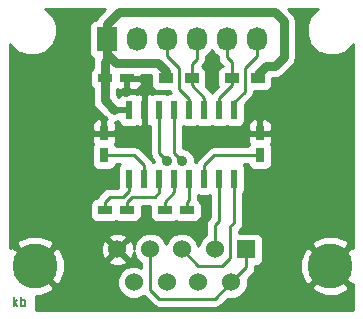
<source format=gtl>
G04 #@! TF.FileFunction,Copper,L1,Top,Signal*
%FSLAX46Y46*%
G04 Gerber Fmt 4.6, Leading zero omitted, Abs format (unit mm)*
G04 Created by KiCad (PCBNEW (2014-11-24 BZR 5301)-product) date Sat Mar 28 18:02:35 2015*
%MOMM*%
G01*
G04 APERTURE LIST*
%ADD10C,0.100000*%
%ADD11C,0.152400*%
%ADD12C,0.889000*%
%ADD13R,1.200000X0.750000*%
%ADD14R,0.750000X1.200000*%
%ADD15R,1.200000X0.900000*%
%ADD16R,1.727200X2.032000*%
%ADD17O,1.727200X2.032000*%
%ADD18R,0.600000X1.600000*%
%ADD19C,3.810000*%
%ADD20R,1.524000X1.524000*%
%ADD21C,1.524000*%
%ADD22C,0.254000*%
%ADD23C,0.762000*%
%ADD24C,0.508000*%
G04 APERTURE END LIST*
D10*
D11*
X123708886Y-105907114D02*
X123708886Y-105145114D01*
X123781457Y-105616829D02*
X123999171Y-105907114D01*
X123999171Y-105399114D02*
X123708886Y-105689400D01*
X124325743Y-105907114D02*
X124325743Y-105145114D01*
X124325743Y-105435400D02*
X124398314Y-105399114D01*
X124543457Y-105399114D01*
X124616028Y-105435400D01*
X124652314Y-105471686D01*
X124688600Y-105544257D01*
X124688600Y-105761971D01*
X124652314Y-105834543D01*
X124616028Y-105870829D01*
X124543457Y-105907114D01*
X124398314Y-105907114D01*
X124325743Y-105870829D01*
D12*
X140462000Y-86614000D03*
X146050000Y-100330000D03*
X128270000Y-105410000D03*
X147320000Y-105410000D03*
X144145000Y-105410000D03*
X146050000Y-103505000D03*
X151130000Y-92710000D03*
X146050000Y-95250000D03*
X149860000Y-93980000D03*
X146050000Y-97790000D03*
X144780000Y-96520000D03*
X148590000Y-92710000D03*
X149860000Y-91440000D03*
X148590000Y-88900000D03*
X149860000Y-87630000D03*
X147320000Y-87630000D03*
X148590000Y-86360000D03*
X130175000Y-104140000D03*
X127000000Y-99060000D03*
X127000000Y-93980000D03*
X128270000Y-92710000D03*
X127000000Y-91440000D03*
X125730000Y-92710000D03*
X127000000Y-87630000D03*
X125730000Y-88900000D03*
X125730000Y-86360000D03*
X124460000Y-87630000D03*
X134874000Y-99060000D03*
X127000000Y-96520000D03*
X134620000Y-91948000D03*
X141478000Y-91694000D03*
X139192000Y-91440000D03*
X147320000Y-96520000D03*
X125730000Y-97790000D03*
X128270000Y-97790000D03*
X132080000Y-105410000D03*
D13*
X131384000Y-86614000D03*
X133284000Y-86614000D03*
D14*
X144526000Y-93152000D03*
X144526000Y-91252000D03*
X131318000Y-93152000D03*
X131318000Y-91252000D03*
D13*
X136464000Y-97790000D03*
X138364000Y-97790000D03*
X131384000Y-97790000D03*
X133284000Y-97790000D03*
D15*
X136568000Y-86614000D03*
X138768000Y-86614000D03*
X144356000Y-86614000D03*
X142156000Y-86614000D03*
D16*
X131572000Y-83312000D03*
D17*
X134112000Y-83312000D03*
X136652000Y-83312000D03*
X139192000Y-83312000D03*
X141732000Y-83312000D03*
X144272000Y-83312000D03*
D18*
X133477000Y-89281000D03*
X136017000Y-89281000D03*
X137287000Y-89281000D03*
X138557000Y-89281000D03*
X139827000Y-89281000D03*
X141097000Y-89281000D03*
X142367000Y-89281000D03*
X142367000Y-95123000D03*
X141097000Y-95123000D03*
X139827000Y-95123000D03*
X138557000Y-95123000D03*
X137287000Y-95123000D03*
X136017000Y-95123000D03*
X134747000Y-95123000D03*
X133477000Y-95123000D03*
X134747000Y-89281000D03*
D19*
X125476000Y-102489000D03*
X150495000Y-102489000D03*
D20*
X143383000Y-101092000D03*
D21*
X140716000Y-101092000D03*
X137922000Y-101092000D03*
X135255000Y-101092000D03*
X132461000Y-101092000D03*
X142113000Y-103886000D03*
X139319000Y-103886000D03*
X136652000Y-103886000D03*
X133858000Y-103886000D03*
D12*
X134747000Y-87757000D03*
X143256000Y-91186000D03*
X132588000Y-91186000D03*
X133223000Y-87757000D03*
X137922000Y-93599000D03*
X136652000Y-93599000D03*
D22*
X131384000Y-97089000D02*
X131826000Y-96647000D01*
X131826000Y-96647000D02*
X132969000Y-96647000D01*
X132969000Y-96647000D02*
X133477000Y-96139000D01*
X133477000Y-96139000D02*
X133477000Y-95123000D01*
X131384000Y-97790000D02*
X131384000Y-97089000D01*
X136017000Y-96266000D02*
X135636000Y-96647000D01*
X135636000Y-96647000D02*
X133731000Y-96647000D01*
X133731000Y-96647000D02*
X133284000Y-97094000D01*
X133284000Y-97094000D02*
X133284000Y-97790000D01*
X136017000Y-95123000D02*
X136017000Y-96266000D01*
X136464000Y-97089000D02*
X137287000Y-96266000D01*
X137287000Y-96266000D02*
X137287000Y-95123000D01*
X136464000Y-97790000D02*
X136464000Y-97089000D01*
X138364000Y-97094000D02*
X138557000Y-96901000D01*
X138557000Y-96901000D02*
X138557000Y-95123000D01*
X138364000Y-97790000D02*
X138364000Y-97094000D01*
X134747000Y-93980000D02*
X133919000Y-93152000D01*
X133919000Y-93152000D02*
X131318000Y-93152000D01*
X134747000Y-95123000D02*
X134747000Y-93980000D01*
X134747000Y-89281000D02*
X134747000Y-87757000D01*
X143322000Y-91252000D02*
X143256000Y-91186000D01*
X144526000Y-91252000D02*
X143322000Y-91252000D01*
X132522000Y-91252000D02*
X132588000Y-91186000D01*
X131318000Y-91252000D02*
X132522000Y-91252000D01*
X133284000Y-87696000D02*
X133223000Y-87757000D01*
X133284000Y-86614000D02*
X133284000Y-87696000D01*
X139827000Y-93980000D02*
X140655000Y-93152000D01*
X140655000Y-93152000D02*
X144526000Y-93152000D01*
X139827000Y-95123000D02*
X139827000Y-93980000D01*
D23*
X131572000Y-85090000D02*
X131384000Y-85278000D01*
X131384000Y-85278000D02*
X131384000Y-86614000D01*
X131572000Y-83312000D02*
X131572000Y-85090000D01*
X136568000Y-86022000D02*
X135890000Y-85344000D01*
X135890000Y-85344000D02*
X132334000Y-85344000D01*
X132334000Y-85344000D02*
X131572000Y-84582000D01*
X131572000Y-84582000D02*
X131572000Y-83312000D01*
X136568000Y-86614000D02*
X136568000Y-86022000D01*
X144356000Y-86276000D02*
X144356000Y-86614000D01*
X145034000Y-85598000D02*
X144356000Y-86276000D01*
X131572000Y-83312000D02*
X131572000Y-82042000D01*
X146558000Y-84836000D02*
X145796000Y-85598000D01*
X146558000Y-81788000D02*
X146558000Y-84836000D01*
X145796000Y-81026000D02*
X146558000Y-81788000D01*
X132588000Y-81026000D02*
X145796000Y-81026000D01*
X131572000Y-82042000D02*
X132588000Y-81026000D01*
X145796000Y-85598000D02*
X145034000Y-85598000D01*
X131384000Y-88458000D02*
X132207000Y-89281000D01*
D24*
X132207000Y-89281000D02*
X133477000Y-89281000D01*
D23*
X131384000Y-86614000D02*
X131384000Y-88458000D01*
D22*
X135255000Y-104521000D02*
X136017000Y-105283000D01*
X136017000Y-105283000D02*
X140716000Y-105283000D01*
X140716000Y-105283000D02*
X142113000Y-103886000D01*
X135255000Y-101092000D02*
X135255000Y-104521000D01*
X143383000Y-102616000D02*
X142113000Y-103886000D01*
X143383000Y-101092000D02*
X143383000Y-102616000D01*
X140716000Y-99060000D02*
X141097000Y-98679000D01*
X141097000Y-98679000D02*
X141097000Y-95123000D01*
X140716000Y-101092000D02*
X140716000Y-99060000D01*
X139319000Y-102489000D02*
X141351000Y-102489000D01*
X141351000Y-102489000D02*
X141986000Y-101854000D01*
X141986000Y-101854000D02*
X141986000Y-99187000D01*
X141986000Y-99187000D02*
X142367000Y-98806000D01*
X142367000Y-98806000D02*
X142367000Y-95123000D01*
X137922000Y-101092000D02*
X139319000Y-102489000D01*
X137287000Y-89281000D02*
X137287000Y-92964000D01*
X137287000Y-92964000D02*
X137922000Y-93599000D01*
X136652000Y-93599000D02*
X136017000Y-92964000D01*
X136017000Y-92964000D02*
X136017000Y-89281000D01*
X138557000Y-88392000D02*
X137668000Y-87503000D01*
X137668000Y-87503000D02*
X137668000Y-85725000D01*
X137668000Y-85725000D02*
X136652000Y-84709000D01*
X136652000Y-84709000D02*
X136652000Y-83312000D01*
X138557000Y-89281000D02*
X138557000Y-88392000D01*
X139827000Y-88265000D02*
X138768000Y-87206000D01*
X138768000Y-87206000D02*
X138768000Y-86614000D01*
X139827000Y-89281000D02*
X139827000Y-88265000D01*
X138768000Y-85387000D02*
X139192000Y-84963000D01*
X139192000Y-84963000D02*
X139192000Y-83312000D01*
X138768000Y-86614000D02*
X138768000Y-85387000D01*
X141097000Y-88265000D02*
X142156000Y-87206000D01*
X142156000Y-87206000D02*
X142156000Y-86614000D01*
X141097000Y-89281000D02*
X141097000Y-88265000D01*
X141732000Y-84836000D02*
X142156000Y-85260000D01*
X142156000Y-85260000D02*
X142156000Y-86614000D01*
X141732000Y-83312000D02*
X141732000Y-84836000D01*
X144272000Y-84709000D02*
X144272000Y-83312000D01*
X143256000Y-85725000D02*
X144272000Y-84709000D01*
X143256000Y-87757000D02*
X143256000Y-85725000D01*
X142367000Y-88646000D02*
X143256000Y-87757000D01*
X142367000Y-89281000D02*
X142367000Y-88646000D01*
G36*
X134259000Y-83439000D02*
X134239000Y-83439000D01*
X134239000Y-83459000D01*
X133985000Y-83459000D01*
X133985000Y-83439000D01*
X133965000Y-83439000D01*
X133965000Y-83185000D01*
X133985000Y-83185000D01*
X133985000Y-83165000D01*
X134239000Y-83165000D01*
X134239000Y-83185000D01*
X134259000Y-83185000D01*
X134259000Y-83439000D01*
X134259000Y-83439000D01*
G37*
X134259000Y-83439000D02*
X134239000Y-83439000D01*
X134239000Y-83459000D01*
X133985000Y-83459000D01*
X133985000Y-83439000D01*
X133965000Y-83439000D01*
X133965000Y-83185000D01*
X133985000Y-83185000D01*
X133985000Y-83165000D01*
X134239000Y-83165000D01*
X134239000Y-83185000D01*
X134259000Y-83185000D01*
X134259000Y-83439000D01*
G36*
X141371480Y-85553111D02*
X141196302Y-85625673D01*
X141017673Y-85804301D01*
X140921000Y-86037690D01*
X140921000Y-86290309D01*
X140921000Y-87190309D01*
X140971688Y-87312681D01*
X140558185Y-87726185D01*
X140462000Y-87870135D01*
X140365815Y-87726185D01*
X139952311Y-87312681D01*
X140003000Y-87190310D01*
X140003000Y-86937691D01*
X140003000Y-86037691D01*
X139906327Y-85804302D01*
X139727699Y-85625673D01*
X139642322Y-85590308D01*
X139730815Y-85501815D01*
X139730816Y-85501815D01*
X139895996Y-85254605D01*
X139895997Y-85254604D01*
X139954000Y-84963000D01*
X139954000Y-84755311D01*
X140251670Y-84556415D01*
X140462000Y-84241634D01*
X140672330Y-84556415D01*
X140970000Y-84755311D01*
X140970000Y-84836000D01*
X141028004Y-85127605D01*
X141193185Y-85374815D01*
X141371480Y-85553111D01*
X141371480Y-85553111D01*
G37*
X141371480Y-85553111D02*
X141196302Y-85625673D01*
X141017673Y-85804301D01*
X140921000Y-86037690D01*
X140921000Y-86290309D01*
X140921000Y-87190309D01*
X140971688Y-87312681D01*
X140558185Y-87726185D01*
X140462000Y-87870135D01*
X140365815Y-87726185D01*
X139952311Y-87312681D01*
X140003000Y-87190310D01*
X140003000Y-86937691D01*
X140003000Y-86037691D01*
X139906327Y-85804302D01*
X139727699Y-85625673D01*
X139642322Y-85590308D01*
X139730815Y-85501815D01*
X139730816Y-85501815D01*
X139895996Y-85254605D01*
X139895997Y-85254604D01*
X139954000Y-84963000D01*
X139954000Y-84755311D01*
X140251670Y-84556415D01*
X140462000Y-84241634D01*
X140672330Y-84556415D01*
X140970000Y-84755311D01*
X140970000Y-84836000D01*
X141028004Y-85127605D01*
X141193185Y-85374815D01*
X141371480Y-85553111D01*
G36*
X152452000Y-106224000D02*
X152121835Y-106224000D01*
X152121835Y-104295440D01*
X150495000Y-102668605D01*
X150315395Y-102848210D01*
X150315395Y-102489000D01*
X148688560Y-100862165D01*
X148327711Y-101071353D01*
X147950176Y-102008650D01*
X147960067Y-103019077D01*
X148327711Y-103906647D01*
X148688560Y-104115835D01*
X150315395Y-102489000D01*
X150315395Y-102848210D01*
X148868165Y-104295440D01*
X149077353Y-104656289D01*
X150014650Y-105033824D01*
X151025077Y-105023933D01*
X151912647Y-104656289D01*
X152121835Y-104295440D01*
X152121835Y-106224000D01*
X128020824Y-106224000D01*
X128020824Y-102969350D01*
X128010933Y-101958923D01*
X127643289Y-101071353D01*
X127282440Y-100862165D01*
X127102835Y-101041770D01*
X127102835Y-100682560D01*
X126893647Y-100321711D01*
X125956350Y-99944176D01*
X124945923Y-99954067D01*
X124058353Y-100321711D01*
X123849165Y-100682560D01*
X125476000Y-102309395D01*
X127102835Y-100682560D01*
X127102835Y-101041770D01*
X125655605Y-102489000D01*
X127282440Y-104115835D01*
X127643289Y-103906647D01*
X128020824Y-102969350D01*
X128020824Y-106224000D01*
X125544943Y-106224000D01*
X125544943Y-105028447D01*
X126006077Y-105023933D01*
X126893647Y-104656289D01*
X127102835Y-104295440D01*
X125476000Y-102668605D01*
X125461857Y-102682747D01*
X125282252Y-102503142D01*
X125296395Y-102489000D01*
X123669560Y-100862165D01*
X123392000Y-101023069D01*
X123392000Y-83711525D01*
X123411090Y-83757727D01*
X124011114Y-84358800D01*
X124795485Y-84684499D01*
X125644789Y-84685240D01*
X126429727Y-84360910D01*
X127030800Y-83760886D01*
X127356499Y-82976515D01*
X127357240Y-82127211D01*
X127032910Y-81342273D01*
X126432886Y-80741200D01*
X126381830Y-80720000D01*
X131457159Y-80720000D01*
X130853580Y-81323580D01*
X130633338Y-81653193D01*
X130631785Y-81661000D01*
X130582091Y-81661000D01*
X130348702Y-81757673D01*
X130170073Y-81936301D01*
X130073400Y-82169690D01*
X130073400Y-82422309D01*
X130073400Y-84454309D01*
X130170073Y-84687698D01*
X130348701Y-84866327D01*
X130442184Y-84905049D01*
X130432507Y-84953700D01*
X130368000Y-85278000D01*
X130368000Y-85756974D01*
X130245673Y-85879301D01*
X130149000Y-86112690D01*
X130149000Y-86365309D01*
X130149000Y-87115309D01*
X130245673Y-87348698D01*
X130368000Y-87471025D01*
X130368000Y-88458000D01*
X130432507Y-88782299D01*
X130445338Y-88846807D01*
X130665580Y-89176420D01*
X131488580Y-89999421D01*
X131568157Y-90052592D01*
X131445000Y-90175750D01*
X131445000Y-91125000D01*
X132169250Y-91125000D01*
X132328000Y-90966250D01*
X132328000Y-90525691D01*
X132231327Y-90292302D01*
X132231208Y-90292183D01*
X132550823Y-90228609D01*
X132638673Y-90440698D01*
X132817301Y-90619327D01*
X133050690Y-90716000D01*
X133303309Y-90716000D01*
X133903309Y-90716000D01*
X134112000Y-90629557D01*
X134320691Y-90716000D01*
X134461250Y-90716000D01*
X134620000Y-90557250D01*
X134620000Y-89408000D01*
X134600000Y-89408000D01*
X134600000Y-89154000D01*
X134620000Y-89154000D01*
X134620000Y-88004750D01*
X134519000Y-87903750D01*
X134519000Y-87115310D01*
X134519000Y-86899750D01*
X134360250Y-86741000D01*
X133411000Y-86741000D01*
X133411000Y-87465250D01*
X133569750Y-87624000D01*
X134010309Y-87624000D01*
X134243698Y-87527327D01*
X134422327Y-87348699D01*
X134519000Y-87115310D01*
X134519000Y-87903750D01*
X134461250Y-87846000D01*
X134320691Y-87846000D01*
X134112000Y-87932442D01*
X133903310Y-87846000D01*
X133650691Y-87846000D01*
X133050691Y-87846000D01*
X132817302Y-87942673D01*
X132638673Y-88121301D01*
X132593411Y-88230571D01*
X132400000Y-88037159D01*
X132400000Y-87558682D01*
X132557691Y-87624000D01*
X132998250Y-87624000D01*
X133157000Y-87465250D01*
X133157000Y-86741000D01*
X133137000Y-86741000D01*
X133137000Y-86487000D01*
X133157000Y-86487000D01*
X133157000Y-86467000D01*
X133411000Y-86467000D01*
X133411000Y-86487000D01*
X134360250Y-86487000D01*
X134487250Y-86360000D01*
X134519000Y-86360000D01*
X135333000Y-86360000D01*
X135333000Y-87190309D01*
X135429673Y-87423698D01*
X135608301Y-87602327D01*
X135841690Y-87699000D01*
X136094309Y-87699000D01*
X136944986Y-87699000D01*
X136944987Y-87699000D01*
X136964004Y-87794605D01*
X136998345Y-87846000D01*
X136860691Y-87846000D01*
X136652000Y-87932442D01*
X136443310Y-87846000D01*
X136190691Y-87846000D01*
X135590691Y-87846000D01*
X135382000Y-87932442D01*
X135173309Y-87846000D01*
X135032750Y-87846000D01*
X134874000Y-88004750D01*
X134874000Y-89154000D01*
X134894000Y-89154000D01*
X134894000Y-89408000D01*
X134874000Y-89408000D01*
X134874000Y-90557250D01*
X135032750Y-90716000D01*
X135173309Y-90716000D01*
X135255000Y-90682162D01*
X135255000Y-92964000D01*
X135313004Y-93255605D01*
X135478185Y-93502815D01*
X135572500Y-93597130D01*
X135572415Y-93695570D01*
X135461557Y-93741489D01*
X135450996Y-93688396D01*
X135450996Y-93688395D01*
X135285815Y-93441185D01*
X134457815Y-92613185D01*
X134210605Y-92448004D01*
X133919000Y-92390000D01*
X132313216Y-92390000D01*
X132235344Y-92202000D01*
X132328000Y-91978309D01*
X132328000Y-91537750D01*
X132169250Y-91379000D01*
X131445000Y-91379000D01*
X131445000Y-91399000D01*
X131191000Y-91399000D01*
X131191000Y-91379000D01*
X131191000Y-91125000D01*
X131191000Y-90175750D01*
X131032250Y-90017000D01*
X130816690Y-90017000D01*
X130583301Y-90113673D01*
X130404673Y-90292302D01*
X130308000Y-90525691D01*
X130308000Y-90966250D01*
X130466750Y-91125000D01*
X131191000Y-91125000D01*
X131191000Y-91379000D01*
X130466750Y-91379000D01*
X130308000Y-91537750D01*
X130308000Y-91978309D01*
X130400655Y-92201999D01*
X130308000Y-92425690D01*
X130308000Y-92678309D01*
X130308000Y-93878309D01*
X130404673Y-94111698D01*
X130583301Y-94290327D01*
X130816690Y-94387000D01*
X131069309Y-94387000D01*
X131819309Y-94387000D01*
X132052698Y-94290327D01*
X132231327Y-94111699D01*
X132313216Y-93914000D01*
X132687974Y-93914000D01*
X132638673Y-93963301D01*
X132542000Y-94196690D01*
X132542000Y-94449309D01*
X132542000Y-95885000D01*
X131826000Y-95885000D01*
X131534395Y-95943004D01*
X131287184Y-96108185D01*
X130845185Y-96550185D01*
X130691627Y-96780000D01*
X130657691Y-96780000D01*
X130424302Y-96876673D01*
X130245673Y-97055301D01*
X130149000Y-97288690D01*
X130149000Y-97541309D01*
X130149000Y-98291309D01*
X130245673Y-98524698D01*
X130424301Y-98703327D01*
X130657690Y-98800000D01*
X130910309Y-98800000D01*
X132110309Y-98800000D01*
X132333999Y-98707344D01*
X132557690Y-98800000D01*
X132810309Y-98800000D01*
X134010309Y-98800000D01*
X134243698Y-98703327D01*
X134422327Y-98524699D01*
X134519000Y-98291310D01*
X134519000Y-98038691D01*
X134519000Y-97409000D01*
X135229000Y-97409000D01*
X135229000Y-97541309D01*
X135229000Y-98291309D01*
X135325673Y-98524698D01*
X135504301Y-98703327D01*
X135737690Y-98800000D01*
X135990309Y-98800000D01*
X137190309Y-98800000D01*
X137413999Y-98707344D01*
X137637690Y-98800000D01*
X137890309Y-98800000D01*
X139090309Y-98800000D01*
X139323698Y-98703327D01*
X139502327Y-98524699D01*
X139599000Y-98291310D01*
X139599000Y-98038691D01*
X139599000Y-97288691D01*
X139502327Y-97055302D01*
X139323699Y-96876673D01*
X139319000Y-96874726D01*
X139319000Y-96524162D01*
X139400690Y-96558000D01*
X139653309Y-96558000D01*
X140253309Y-96558000D01*
X140335000Y-96524162D01*
X140335000Y-98363369D01*
X140177185Y-98521185D01*
X140012004Y-98768395D01*
X139954000Y-99060000D01*
X139954000Y-99895295D01*
X139925697Y-99906990D01*
X139532371Y-100299630D01*
X139319243Y-100812900D01*
X139319240Y-100815336D01*
X139107010Y-100301697D01*
X138714370Y-99908371D01*
X138201100Y-99695243D01*
X137645339Y-99694758D01*
X137131697Y-99906990D01*
X136738371Y-100299630D01*
X136588394Y-100660814D01*
X136440010Y-100301697D01*
X136047370Y-99908371D01*
X135534100Y-99695243D01*
X134978339Y-99694758D01*
X134464697Y-99906990D01*
X134071371Y-100299630D01*
X133858243Y-100812900D01*
X133858029Y-101057656D01*
X133842362Y-100744632D01*
X133683397Y-100360857D01*
X133441213Y-100291392D01*
X133261608Y-100470997D01*
X133261608Y-100111787D01*
X133192143Y-99869603D01*
X132668698Y-99682856D01*
X132113632Y-99710638D01*
X131729857Y-99869603D01*
X131660392Y-100111787D01*
X132461000Y-100912395D01*
X133261608Y-100111787D01*
X133261608Y-100470997D01*
X132640605Y-101092000D01*
X133441213Y-101892608D01*
X133683397Y-101823143D01*
X133857787Y-101334331D01*
X133857758Y-101368661D01*
X134069990Y-101882303D01*
X134462630Y-102275629D01*
X134493000Y-102288239D01*
X134493000Y-102637025D01*
X134137100Y-102489243D01*
X133581339Y-102488758D01*
X133261608Y-102620867D01*
X133261608Y-102072213D01*
X132461000Y-101271605D01*
X132281395Y-101451210D01*
X132281395Y-101092000D01*
X131480787Y-100291392D01*
X131238603Y-100360857D01*
X131051856Y-100884302D01*
X131079638Y-101439368D01*
X131238603Y-101823143D01*
X131480787Y-101892608D01*
X132281395Y-101092000D01*
X132281395Y-101451210D01*
X131660392Y-102072213D01*
X131729857Y-102314397D01*
X132253302Y-102501144D01*
X132808368Y-102473362D01*
X133192143Y-102314397D01*
X133261608Y-102072213D01*
X133261608Y-102620867D01*
X133067697Y-102700990D01*
X132674371Y-103093630D01*
X132461243Y-103606900D01*
X132460758Y-104162661D01*
X132672990Y-104676303D01*
X133065630Y-105069629D01*
X133578900Y-105282757D01*
X134134661Y-105283242D01*
X134648303Y-105071010D01*
X134693510Y-105025880D01*
X134716185Y-105059815D01*
X135478185Y-105821816D01*
X135626376Y-105920834D01*
X135725395Y-105986996D01*
X135725396Y-105986996D01*
X136017000Y-106045000D01*
X140716000Y-106045000D01*
X140716000Y-106044999D01*
X141007604Y-105986996D01*
X141007605Y-105986996D01*
X141254815Y-105821815D01*
X141805617Y-105271013D01*
X141833900Y-105282757D01*
X142389661Y-105283242D01*
X142903303Y-105071010D01*
X143296629Y-104678370D01*
X143509757Y-104165100D01*
X143510242Y-103609339D01*
X143497684Y-103578946D01*
X143921815Y-103154816D01*
X143921815Y-103154815D01*
X144086996Y-102907605D01*
X144144999Y-102616000D01*
X144145000Y-102616000D01*
X144145000Y-102489000D01*
X144271309Y-102489000D01*
X144504698Y-102392327D01*
X144683327Y-102213699D01*
X144780000Y-101980310D01*
X144780000Y-101727691D01*
X144780000Y-100203691D01*
X144683327Y-99970302D01*
X144504699Y-99791673D01*
X144271310Y-99695000D01*
X144018691Y-99695000D01*
X142748000Y-99695000D01*
X142748000Y-99502630D01*
X142905815Y-99344816D01*
X142905815Y-99344815D01*
X143070996Y-99097605D01*
X143128999Y-98806000D01*
X143129000Y-98806000D01*
X143129000Y-96359025D01*
X143205327Y-96282699D01*
X143302000Y-96049310D01*
X143302000Y-95796691D01*
X143302000Y-94196691D01*
X143205327Y-93963302D01*
X143156025Y-93914000D01*
X143530783Y-93914000D01*
X143612673Y-94111698D01*
X143791301Y-94290327D01*
X144024690Y-94387000D01*
X144277309Y-94387000D01*
X145027309Y-94387000D01*
X145260698Y-94290327D01*
X145439327Y-94111699D01*
X145536000Y-93878310D01*
X145536000Y-93625691D01*
X145536000Y-92425691D01*
X145443344Y-92202000D01*
X145536000Y-91978309D01*
X145536000Y-91537750D01*
X145536000Y-90966250D01*
X145536000Y-90525691D01*
X145439327Y-90292302D01*
X145260699Y-90113673D01*
X145027310Y-90017000D01*
X144811750Y-90017000D01*
X144653000Y-90175750D01*
X144653000Y-91125000D01*
X145377250Y-91125000D01*
X145536000Y-90966250D01*
X145536000Y-91537750D01*
X145377250Y-91379000D01*
X144653000Y-91379000D01*
X144653000Y-91399000D01*
X144399000Y-91399000D01*
X144399000Y-91379000D01*
X144399000Y-91125000D01*
X144399000Y-90175750D01*
X144240250Y-90017000D01*
X144024690Y-90017000D01*
X143791301Y-90113673D01*
X143612673Y-90292302D01*
X143516000Y-90525691D01*
X143516000Y-90966250D01*
X143674750Y-91125000D01*
X144399000Y-91125000D01*
X144399000Y-91379000D01*
X143674750Y-91379000D01*
X143516000Y-91537750D01*
X143516000Y-91978309D01*
X143608655Y-92201999D01*
X143530783Y-92390000D01*
X140655000Y-92390000D01*
X140363395Y-92448004D01*
X140116185Y-92613185D01*
X139288185Y-93441185D01*
X139123004Y-93688395D01*
X139112443Y-93741488D01*
X139112442Y-93741488D01*
X139001416Y-93695500D01*
X139001687Y-93385216D01*
X138837689Y-92988311D01*
X138534286Y-92684378D01*
X138137668Y-92519687D01*
X138049000Y-92519609D01*
X138049000Y-90682162D01*
X138130690Y-90716000D01*
X138383309Y-90716000D01*
X138983309Y-90716000D01*
X139191999Y-90629557D01*
X139400690Y-90716000D01*
X139653309Y-90716000D01*
X140253309Y-90716000D01*
X140461999Y-90629557D01*
X140670690Y-90716000D01*
X140923309Y-90716000D01*
X141523309Y-90716000D01*
X141731999Y-90629557D01*
X141940690Y-90716000D01*
X142193309Y-90716000D01*
X142793309Y-90716000D01*
X143026698Y-90619327D01*
X143205327Y-90440699D01*
X143302000Y-90207310D01*
X143302000Y-89954691D01*
X143302000Y-88788630D01*
X143794815Y-88295815D01*
X143959996Y-88048605D01*
X143959996Y-88048604D01*
X144018000Y-87757000D01*
X144018000Y-87699000D01*
X145082309Y-87699000D01*
X145315698Y-87602327D01*
X145494327Y-87423699D01*
X145591000Y-87190310D01*
X145591000Y-86937691D01*
X145591000Y-86614000D01*
X145796000Y-86614000D01*
X145796000Y-86613999D01*
X146120299Y-86549492D01*
X146184806Y-86536662D01*
X146184807Y-86536662D01*
X146514420Y-86316420D01*
X147276420Y-85554420D01*
X147276421Y-85554420D01*
X147496662Y-85224807D01*
X147496662Y-85224806D01*
X147509492Y-85160299D01*
X147573999Y-84836000D01*
X147574000Y-84836000D01*
X147574000Y-81788000D01*
X147509492Y-81463700D01*
X147496662Y-81399194D01*
X147496662Y-81399193D01*
X147276421Y-81069580D01*
X146926840Y-80720000D01*
X149460474Y-80720000D01*
X149414273Y-80739090D01*
X148813200Y-81339114D01*
X148487501Y-82123485D01*
X148486760Y-82972789D01*
X148811090Y-83757727D01*
X149411114Y-84358800D01*
X150195485Y-84684499D01*
X151044789Y-84685240D01*
X151829727Y-84360910D01*
X152430800Y-83760886D01*
X152452000Y-83709830D01*
X152452000Y-100949446D01*
X152301440Y-100862165D01*
X152121835Y-101041770D01*
X152121835Y-100682560D01*
X151912647Y-100321711D01*
X150975350Y-99944176D01*
X149964923Y-99954067D01*
X149077353Y-100321711D01*
X148868165Y-100682560D01*
X150495000Y-102309395D01*
X152121835Y-100682560D01*
X152121835Y-101041770D01*
X150674605Y-102489000D01*
X152301440Y-104115835D01*
X152452000Y-104028553D01*
X152452000Y-106224000D01*
X152452000Y-106224000D01*
G37*
X152452000Y-106224000D02*
X152121835Y-106224000D01*
X152121835Y-104295440D01*
X150495000Y-102668605D01*
X150315395Y-102848210D01*
X150315395Y-102489000D01*
X148688560Y-100862165D01*
X148327711Y-101071353D01*
X147950176Y-102008650D01*
X147960067Y-103019077D01*
X148327711Y-103906647D01*
X148688560Y-104115835D01*
X150315395Y-102489000D01*
X150315395Y-102848210D01*
X148868165Y-104295440D01*
X149077353Y-104656289D01*
X150014650Y-105033824D01*
X151025077Y-105023933D01*
X151912647Y-104656289D01*
X152121835Y-104295440D01*
X152121835Y-106224000D01*
X128020824Y-106224000D01*
X128020824Y-102969350D01*
X128010933Y-101958923D01*
X127643289Y-101071353D01*
X127282440Y-100862165D01*
X127102835Y-101041770D01*
X127102835Y-100682560D01*
X126893647Y-100321711D01*
X125956350Y-99944176D01*
X124945923Y-99954067D01*
X124058353Y-100321711D01*
X123849165Y-100682560D01*
X125476000Y-102309395D01*
X127102835Y-100682560D01*
X127102835Y-101041770D01*
X125655605Y-102489000D01*
X127282440Y-104115835D01*
X127643289Y-103906647D01*
X128020824Y-102969350D01*
X128020824Y-106224000D01*
X125544943Y-106224000D01*
X125544943Y-105028447D01*
X126006077Y-105023933D01*
X126893647Y-104656289D01*
X127102835Y-104295440D01*
X125476000Y-102668605D01*
X125461857Y-102682747D01*
X125282252Y-102503142D01*
X125296395Y-102489000D01*
X123669560Y-100862165D01*
X123392000Y-101023069D01*
X123392000Y-83711525D01*
X123411090Y-83757727D01*
X124011114Y-84358800D01*
X124795485Y-84684499D01*
X125644789Y-84685240D01*
X126429727Y-84360910D01*
X127030800Y-83760886D01*
X127356499Y-82976515D01*
X127357240Y-82127211D01*
X127032910Y-81342273D01*
X126432886Y-80741200D01*
X126381830Y-80720000D01*
X131457159Y-80720000D01*
X130853580Y-81323580D01*
X130633338Y-81653193D01*
X130631785Y-81661000D01*
X130582091Y-81661000D01*
X130348702Y-81757673D01*
X130170073Y-81936301D01*
X130073400Y-82169690D01*
X130073400Y-82422309D01*
X130073400Y-84454309D01*
X130170073Y-84687698D01*
X130348701Y-84866327D01*
X130442184Y-84905049D01*
X130432507Y-84953700D01*
X130368000Y-85278000D01*
X130368000Y-85756974D01*
X130245673Y-85879301D01*
X130149000Y-86112690D01*
X130149000Y-86365309D01*
X130149000Y-87115309D01*
X130245673Y-87348698D01*
X130368000Y-87471025D01*
X130368000Y-88458000D01*
X130432507Y-88782299D01*
X130445338Y-88846807D01*
X130665580Y-89176420D01*
X131488580Y-89999421D01*
X131568157Y-90052592D01*
X131445000Y-90175750D01*
X131445000Y-91125000D01*
X132169250Y-91125000D01*
X132328000Y-90966250D01*
X132328000Y-90525691D01*
X132231327Y-90292302D01*
X132231208Y-90292183D01*
X132550823Y-90228609D01*
X132638673Y-90440698D01*
X132817301Y-90619327D01*
X133050690Y-90716000D01*
X133303309Y-90716000D01*
X133903309Y-90716000D01*
X134112000Y-90629557D01*
X134320691Y-90716000D01*
X134461250Y-90716000D01*
X134620000Y-90557250D01*
X134620000Y-89408000D01*
X134600000Y-89408000D01*
X134600000Y-89154000D01*
X134620000Y-89154000D01*
X134620000Y-88004750D01*
X134519000Y-87903750D01*
X134519000Y-87115310D01*
X134519000Y-86899750D01*
X134360250Y-86741000D01*
X133411000Y-86741000D01*
X133411000Y-87465250D01*
X133569750Y-87624000D01*
X134010309Y-87624000D01*
X134243698Y-87527327D01*
X134422327Y-87348699D01*
X134519000Y-87115310D01*
X134519000Y-87903750D01*
X134461250Y-87846000D01*
X134320691Y-87846000D01*
X134112000Y-87932442D01*
X133903310Y-87846000D01*
X133650691Y-87846000D01*
X133050691Y-87846000D01*
X132817302Y-87942673D01*
X132638673Y-88121301D01*
X132593411Y-88230571D01*
X132400000Y-88037159D01*
X132400000Y-87558682D01*
X132557691Y-87624000D01*
X132998250Y-87624000D01*
X133157000Y-87465250D01*
X133157000Y-86741000D01*
X133137000Y-86741000D01*
X133137000Y-86487000D01*
X133157000Y-86487000D01*
X133157000Y-86467000D01*
X133411000Y-86467000D01*
X133411000Y-86487000D01*
X134360250Y-86487000D01*
X134487250Y-86360000D01*
X134519000Y-86360000D01*
X135333000Y-86360000D01*
X135333000Y-87190309D01*
X135429673Y-87423698D01*
X135608301Y-87602327D01*
X135841690Y-87699000D01*
X136094309Y-87699000D01*
X136944986Y-87699000D01*
X136944987Y-87699000D01*
X136964004Y-87794605D01*
X136998345Y-87846000D01*
X136860691Y-87846000D01*
X136652000Y-87932442D01*
X136443310Y-87846000D01*
X136190691Y-87846000D01*
X135590691Y-87846000D01*
X135382000Y-87932442D01*
X135173309Y-87846000D01*
X135032750Y-87846000D01*
X134874000Y-88004750D01*
X134874000Y-89154000D01*
X134894000Y-89154000D01*
X134894000Y-89408000D01*
X134874000Y-89408000D01*
X134874000Y-90557250D01*
X135032750Y-90716000D01*
X135173309Y-90716000D01*
X135255000Y-90682162D01*
X135255000Y-92964000D01*
X135313004Y-93255605D01*
X135478185Y-93502815D01*
X135572500Y-93597130D01*
X135572415Y-93695570D01*
X135461557Y-93741489D01*
X135450996Y-93688396D01*
X135450996Y-93688395D01*
X135285815Y-93441185D01*
X134457815Y-92613185D01*
X134210605Y-92448004D01*
X133919000Y-92390000D01*
X132313216Y-92390000D01*
X132235344Y-92202000D01*
X132328000Y-91978309D01*
X132328000Y-91537750D01*
X132169250Y-91379000D01*
X131445000Y-91379000D01*
X131445000Y-91399000D01*
X131191000Y-91399000D01*
X131191000Y-91379000D01*
X131191000Y-91125000D01*
X131191000Y-90175750D01*
X131032250Y-90017000D01*
X130816690Y-90017000D01*
X130583301Y-90113673D01*
X130404673Y-90292302D01*
X130308000Y-90525691D01*
X130308000Y-90966250D01*
X130466750Y-91125000D01*
X131191000Y-91125000D01*
X131191000Y-91379000D01*
X130466750Y-91379000D01*
X130308000Y-91537750D01*
X130308000Y-91978309D01*
X130400655Y-92201999D01*
X130308000Y-92425690D01*
X130308000Y-92678309D01*
X130308000Y-93878309D01*
X130404673Y-94111698D01*
X130583301Y-94290327D01*
X130816690Y-94387000D01*
X131069309Y-94387000D01*
X131819309Y-94387000D01*
X132052698Y-94290327D01*
X132231327Y-94111699D01*
X132313216Y-93914000D01*
X132687974Y-93914000D01*
X132638673Y-93963301D01*
X132542000Y-94196690D01*
X132542000Y-94449309D01*
X132542000Y-95885000D01*
X131826000Y-95885000D01*
X131534395Y-95943004D01*
X131287184Y-96108185D01*
X130845185Y-96550185D01*
X130691627Y-96780000D01*
X130657691Y-96780000D01*
X130424302Y-96876673D01*
X130245673Y-97055301D01*
X130149000Y-97288690D01*
X130149000Y-97541309D01*
X130149000Y-98291309D01*
X130245673Y-98524698D01*
X130424301Y-98703327D01*
X130657690Y-98800000D01*
X130910309Y-98800000D01*
X132110309Y-98800000D01*
X132333999Y-98707344D01*
X132557690Y-98800000D01*
X132810309Y-98800000D01*
X134010309Y-98800000D01*
X134243698Y-98703327D01*
X134422327Y-98524699D01*
X134519000Y-98291310D01*
X134519000Y-98038691D01*
X134519000Y-97409000D01*
X135229000Y-97409000D01*
X135229000Y-97541309D01*
X135229000Y-98291309D01*
X135325673Y-98524698D01*
X135504301Y-98703327D01*
X135737690Y-98800000D01*
X135990309Y-98800000D01*
X137190309Y-98800000D01*
X137413999Y-98707344D01*
X137637690Y-98800000D01*
X137890309Y-98800000D01*
X139090309Y-98800000D01*
X139323698Y-98703327D01*
X139502327Y-98524699D01*
X139599000Y-98291310D01*
X139599000Y-98038691D01*
X139599000Y-97288691D01*
X139502327Y-97055302D01*
X139323699Y-96876673D01*
X139319000Y-96874726D01*
X139319000Y-96524162D01*
X139400690Y-96558000D01*
X139653309Y-96558000D01*
X140253309Y-96558000D01*
X140335000Y-96524162D01*
X140335000Y-98363369D01*
X140177185Y-98521185D01*
X140012004Y-98768395D01*
X139954000Y-99060000D01*
X139954000Y-99895295D01*
X139925697Y-99906990D01*
X139532371Y-100299630D01*
X139319243Y-100812900D01*
X139319240Y-100815336D01*
X139107010Y-100301697D01*
X138714370Y-99908371D01*
X138201100Y-99695243D01*
X137645339Y-99694758D01*
X137131697Y-99906990D01*
X136738371Y-100299630D01*
X136588394Y-100660814D01*
X136440010Y-100301697D01*
X136047370Y-99908371D01*
X135534100Y-99695243D01*
X134978339Y-99694758D01*
X134464697Y-99906990D01*
X134071371Y-100299630D01*
X133858243Y-100812900D01*
X133858029Y-101057656D01*
X133842362Y-100744632D01*
X133683397Y-100360857D01*
X133441213Y-100291392D01*
X133261608Y-100470997D01*
X133261608Y-100111787D01*
X133192143Y-99869603D01*
X132668698Y-99682856D01*
X132113632Y-99710638D01*
X131729857Y-99869603D01*
X131660392Y-100111787D01*
X132461000Y-100912395D01*
X133261608Y-100111787D01*
X133261608Y-100470997D01*
X132640605Y-101092000D01*
X133441213Y-101892608D01*
X133683397Y-101823143D01*
X133857787Y-101334331D01*
X133857758Y-101368661D01*
X134069990Y-101882303D01*
X134462630Y-102275629D01*
X134493000Y-102288239D01*
X134493000Y-102637025D01*
X134137100Y-102489243D01*
X133581339Y-102488758D01*
X133261608Y-102620867D01*
X133261608Y-102072213D01*
X132461000Y-101271605D01*
X132281395Y-101451210D01*
X132281395Y-101092000D01*
X131480787Y-100291392D01*
X131238603Y-100360857D01*
X131051856Y-100884302D01*
X131079638Y-101439368D01*
X131238603Y-101823143D01*
X131480787Y-101892608D01*
X132281395Y-101092000D01*
X132281395Y-101451210D01*
X131660392Y-102072213D01*
X131729857Y-102314397D01*
X132253302Y-102501144D01*
X132808368Y-102473362D01*
X133192143Y-102314397D01*
X133261608Y-102072213D01*
X133261608Y-102620867D01*
X133067697Y-102700990D01*
X132674371Y-103093630D01*
X132461243Y-103606900D01*
X132460758Y-104162661D01*
X132672990Y-104676303D01*
X133065630Y-105069629D01*
X133578900Y-105282757D01*
X134134661Y-105283242D01*
X134648303Y-105071010D01*
X134693510Y-105025880D01*
X134716185Y-105059815D01*
X135478185Y-105821816D01*
X135626376Y-105920834D01*
X135725395Y-105986996D01*
X135725396Y-105986996D01*
X136017000Y-106045000D01*
X140716000Y-106045000D01*
X140716000Y-106044999D01*
X141007604Y-105986996D01*
X141007605Y-105986996D01*
X141254815Y-105821815D01*
X141805617Y-105271013D01*
X141833900Y-105282757D01*
X142389661Y-105283242D01*
X142903303Y-105071010D01*
X143296629Y-104678370D01*
X143509757Y-104165100D01*
X143510242Y-103609339D01*
X143497684Y-103578946D01*
X143921815Y-103154816D01*
X143921815Y-103154815D01*
X144086996Y-102907605D01*
X144144999Y-102616000D01*
X144145000Y-102616000D01*
X144145000Y-102489000D01*
X144271309Y-102489000D01*
X144504698Y-102392327D01*
X144683327Y-102213699D01*
X144780000Y-101980310D01*
X144780000Y-101727691D01*
X144780000Y-100203691D01*
X144683327Y-99970302D01*
X144504699Y-99791673D01*
X144271310Y-99695000D01*
X144018691Y-99695000D01*
X142748000Y-99695000D01*
X142748000Y-99502630D01*
X142905815Y-99344816D01*
X142905815Y-99344815D01*
X143070996Y-99097605D01*
X143128999Y-98806000D01*
X143129000Y-98806000D01*
X143129000Y-96359025D01*
X143205327Y-96282699D01*
X143302000Y-96049310D01*
X143302000Y-95796691D01*
X143302000Y-94196691D01*
X143205327Y-93963302D01*
X143156025Y-93914000D01*
X143530783Y-93914000D01*
X143612673Y-94111698D01*
X143791301Y-94290327D01*
X144024690Y-94387000D01*
X144277309Y-94387000D01*
X145027309Y-94387000D01*
X145260698Y-94290327D01*
X145439327Y-94111699D01*
X145536000Y-93878310D01*
X145536000Y-93625691D01*
X145536000Y-92425691D01*
X145443344Y-92202000D01*
X145536000Y-91978309D01*
X145536000Y-91537750D01*
X145536000Y-90966250D01*
X145536000Y-90525691D01*
X145439327Y-90292302D01*
X145260699Y-90113673D01*
X145027310Y-90017000D01*
X144811750Y-90017000D01*
X144653000Y-90175750D01*
X144653000Y-91125000D01*
X145377250Y-91125000D01*
X145536000Y-90966250D01*
X145536000Y-91537750D01*
X145377250Y-91379000D01*
X144653000Y-91379000D01*
X144653000Y-91399000D01*
X144399000Y-91399000D01*
X144399000Y-91379000D01*
X144399000Y-91125000D01*
X144399000Y-90175750D01*
X144240250Y-90017000D01*
X144024690Y-90017000D01*
X143791301Y-90113673D01*
X143612673Y-90292302D01*
X143516000Y-90525691D01*
X143516000Y-90966250D01*
X143674750Y-91125000D01*
X144399000Y-91125000D01*
X144399000Y-91379000D01*
X143674750Y-91379000D01*
X143516000Y-91537750D01*
X143516000Y-91978309D01*
X143608655Y-92201999D01*
X143530783Y-92390000D01*
X140655000Y-92390000D01*
X140363395Y-92448004D01*
X140116185Y-92613185D01*
X139288185Y-93441185D01*
X139123004Y-93688395D01*
X139112443Y-93741488D01*
X139112442Y-93741488D01*
X139001416Y-93695500D01*
X139001687Y-93385216D01*
X138837689Y-92988311D01*
X138534286Y-92684378D01*
X138137668Y-92519687D01*
X138049000Y-92519609D01*
X138049000Y-90682162D01*
X138130690Y-90716000D01*
X138383309Y-90716000D01*
X138983309Y-90716000D01*
X139191999Y-90629557D01*
X139400690Y-90716000D01*
X139653309Y-90716000D01*
X140253309Y-90716000D01*
X140461999Y-90629557D01*
X140670690Y-90716000D01*
X140923309Y-90716000D01*
X141523309Y-90716000D01*
X141731999Y-90629557D01*
X141940690Y-90716000D01*
X142193309Y-90716000D01*
X142793309Y-90716000D01*
X143026698Y-90619327D01*
X143205327Y-90440699D01*
X143302000Y-90207310D01*
X143302000Y-89954691D01*
X143302000Y-88788630D01*
X143794815Y-88295815D01*
X143959996Y-88048605D01*
X143959996Y-88048604D01*
X144018000Y-87757000D01*
X144018000Y-87699000D01*
X145082309Y-87699000D01*
X145315698Y-87602327D01*
X145494327Y-87423699D01*
X145591000Y-87190310D01*
X145591000Y-86937691D01*
X145591000Y-86614000D01*
X145796000Y-86614000D01*
X145796000Y-86613999D01*
X146120299Y-86549492D01*
X146184806Y-86536662D01*
X146184807Y-86536662D01*
X146514420Y-86316420D01*
X147276420Y-85554420D01*
X147276421Y-85554420D01*
X147496662Y-85224807D01*
X147496662Y-85224806D01*
X147509492Y-85160299D01*
X147573999Y-84836000D01*
X147574000Y-84836000D01*
X147574000Y-81788000D01*
X147509492Y-81463700D01*
X147496662Y-81399194D01*
X147496662Y-81399193D01*
X147276421Y-81069580D01*
X146926840Y-80720000D01*
X149460474Y-80720000D01*
X149414273Y-80739090D01*
X148813200Y-81339114D01*
X148487501Y-82123485D01*
X148486760Y-82972789D01*
X148811090Y-83757727D01*
X149411114Y-84358800D01*
X150195485Y-84684499D01*
X151044789Y-84685240D01*
X151829727Y-84360910D01*
X152430800Y-83760886D01*
X152452000Y-83709830D01*
X152452000Y-100949446D01*
X152301440Y-100862165D01*
X152121835Y-101041770D01*
X152121835Y-100682560D01*
X151912647Y-100321711D01*
X150975350Y-99944176D01*
X149964923Y-99954067D01*
X149077353Y-100321711D01*
X148868165Y-100682560D01*
X150495000Y-102309395D01*
X152121835Y-100682560D01*
X152121835Y-101041770D01*
X150674605Y-102489000D01*
X152301440Y-104115835D01*
X152452000Y-104028553D01*
X152452000Y-106224000D01*
M02*

</source>
